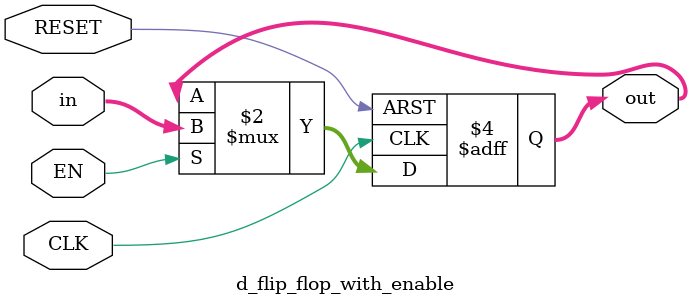
<source format=v>
module d_flip_flop_with_enable (out, CLK, EN, in,RESET);
    output reg [31:0] out;
    input             CLK, EN;
    input      [31:0] in;
	 input             RESET;

    always @(posedge CLK or posedge RESET)
        begin
		      if (RESET)out <= 32'd0;
            else if (EN)
                out <= in;
        end

endmodule // d_flip_flop_with_enable

</source>
